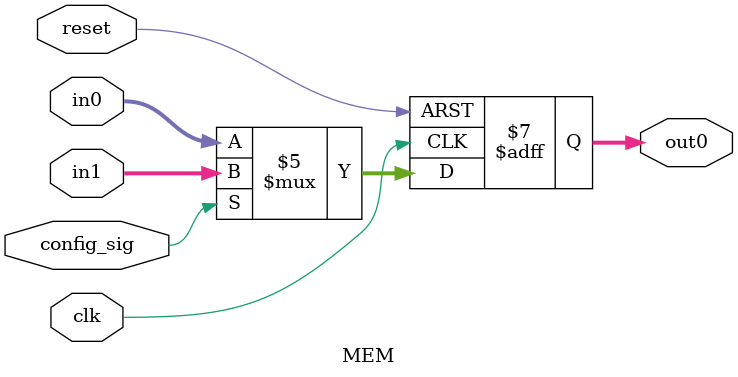
<source format=v>

module MEM(clk, reset, config_sig, in0, in1, out0);
    parameter size = 32;
    // Specifying the ports
    input clk, reset, config_sig;
    input [size-1:0] in0, in1;
    output reg [size-1:0] out0;

    always @(posedge clk, posedge reset)
        if (reset == 1)
            out0 <= 0;
        else if (config_sig == 0)
            out0 <= in0;
        else
            out0 <= in1;
endmodule


</source>
